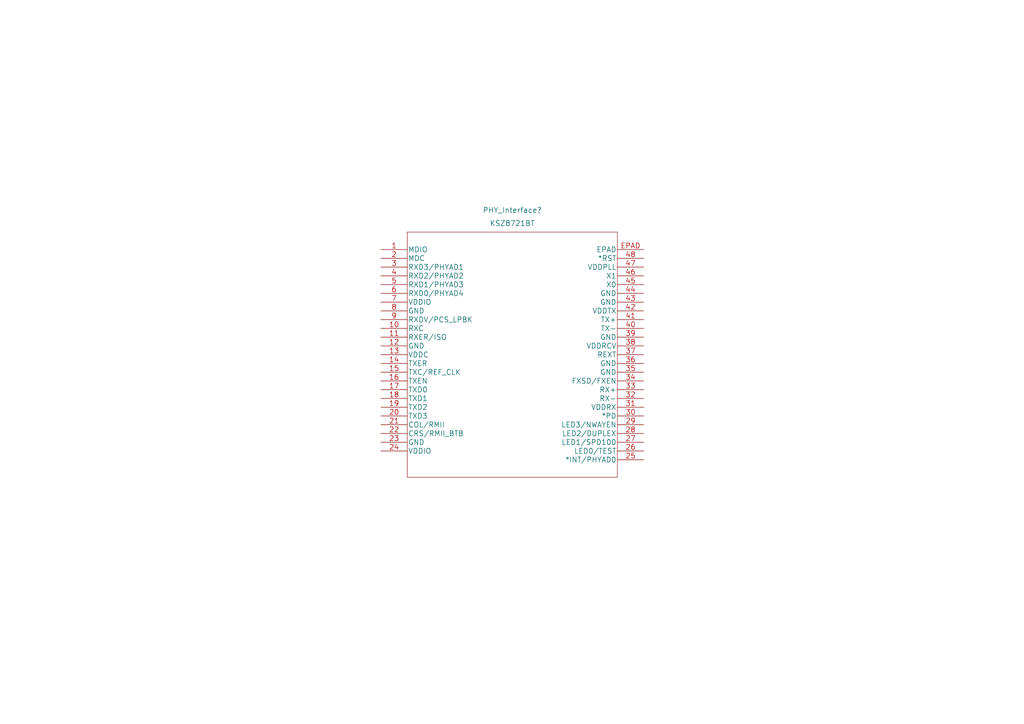
<source format=kicad_sch>
(kicad_sch (version 20211123) (generator eeschema)

  (uuid d383499c-c413-4df7-abd7-34c984ef99f4)

  (paper "A4")

  (lib_symbols
    (symbol "local_library:KSZ8721BT" (pin_names (offset 0.254)) (in_bom yes) (on_board yes)
      (property "Reference" "U" (id 0) (at 38.1 10.16 0)
        (effects (font (size 1.524 1.524)))
      )
      (property "Value" "KSZ8721BT" (id 1) (at 38.1 7.62 0)
        (effects (font (size 1.524 1.524)))
      )
      (property "Footprint" "TQFP48_7x7MC_MCH" (id 2) (at 38.1 6.096 0)
        (effects (font (size 1.524 1.524)) hide)
      )
      (property "Datasheet" "" (id 3) (at 0 0 0)
        (effects (font (size 1.524 1.524)))
      )
      (property "ki_locked" "" (id 4) (at 0 0 0)
        (effects (font (size 1.27 1.27)))
      )
      (property "ki_fp_filters" "TQFP48_7x7MC_MCH TQFP48_7x7MC_MCH-M TQFP48_7x7MC_MCH-L" (id 5) (at 0 0 0)
        (effects (font (size 1.27 1.27)) hide)
      )
      (symbol "KSZ8721BT_1_1"
        (polyline
          (pts
            (xy 7.62 -66.04)
            (xy 68.58 -66.04)
          )
          (stroke (width 0.127) (type default) (color 0 0 0 0))
          (fill (type none))
        )
        (polyline
          (pts
            (xy 7.62 5.08)
            (xy 7.62 -66.04)
          )
          (stroke (width 0.127) (type default) (color 0 0 0 0))
          (fill (type none))
        )
        (polyline
          (pts
            (xy 68.58 -66.04)
            (xy 68.58 5.08)
          )
          (stroke (width 0.127) (type default) (color 0 0 0 0))
          (fill (type none))
        )
        (polyline
          (pts
            (xy 68.58 5.08)
            (xy 7.62 5.08)
          )
          (stroke (width 0.127) (type default) (color 0 0 0 0))
          (fill (type none))
        )
        (pin bidirectional line (at 0 0 0) (length 7.62)
          (name "MDIO" (effects (font (size 1.4986 1.4986))))
          (number "1" (effects (font (size 1.4986 1.4986))))
        )
        (pin output line (at 0 -22.86 0) (length 7.62)
          (name "RXC" (effects (font (size 1.4986 1.4986))))
          (number "10" (effects (font (size 1.4986 1.4986))))
        )
        (pin bidirectional line (at 0 -25.4 0) (length 7.62)
          (name "RXER/ISO" (effects (font (size 1.4986 1.4986))))
          (number "11" (effects (font (size 1.4986 1.4986))))
        )
        (pin power_in line (at 0 -27.94 0) (length 7.62)
          (name "GND" (effects (font (size 1.4986 1.4986))))
          (number "12" (effects (font (size 1.4986 1.4986))))
        )
        (pin power_in line (at 0 -30.48 0) (length 7.62)
          (name "VDDC" (effects (font (size 1.4986 1.4986))))
          (number "13" (effects (font (size 1.4986 1.4986))))
        )
        (pin input line (at 0 -33.02 0) (length 7.62)
          (name "TXER" (effects (font (size 1.4986 1.4986))))
          (number "14" (effects (font (size 1.4986 1.4986))))
        )
        (pin bidirectional line (at 0 -35.56 0) (length 7.62)
          (name "TXC/REF_CLK" (effects (font (size 1.4986 1.4986))))
          (number "15" (effects (font (size 1.4986 1.4986))))
        )
        (pin input line (at 0 -38.1 0) (length 7.62)
          (name "TXEN" (effects (font (size 1.4986 1.4986))))
          (number "16" (effects (font (size 1.4986 1.4986))))
        )
        (pin input line (at 0 -40.64 0) (length 7.62)
          (name "TXD0" (effects (font (size 1.4986 1.4986))))
          (number "17" (effects (font (size 1.4986 1.4986))))
        )
        (pin input line (at 0 -43.18 0) (length 7.62)
          (name "TXD1" (effects (font (size 1.4986 1.4986))))
          (number "18" (effects (font (size 1.4986 1.4986))))
        )
        (pin input line (at 0 -45.72 0) (length 7.62)
          (name "TXD2" (effects (font (size 1.4986 1.4986))))
          (number "19" (effects (font (size 1.4986 1.4986))))
        )
        (pin input line (at 0 -2.54 0) (length 7.62)
          (name "MDC" (effects (font (size 1.4986 1.4986))))
          (number "2" (effects (font (size 1.4986 1.4986))))
        )
        (pin input line (at 0 -48.26 0) (length 7.62)
          (name "TXD3" (effects (font (size 1.4986 1.4986))))
          (number "20" (effects (font (size 1.4986 1.4986))))
        )
        (pin bidirectional line (at 0 -50.8 0) (length 7.62)
          (name "COL/RMII" (effects (font (size 1.4986 1.4986))))
          (number "21" (effects (font (size 1.4986 1.4986))))
        )
        (pin bidirectional line (at 0 -53.34 0) (length 7.62)
          (name "CRS/RMII_BTB" (effects (font (size 1.4986 1.4986))))
          (number "22" (effects (font (size 1.4986 1.4986))))
        )
        (pin power_in line (at 0 -55.88 0) (length 7.62)
          (name "GND" (effects (font (size 1.4986 1.4986))))
          (number "23" (effects (font (size 1.4986 1.4986))))
        )
        (pin power_in line (at 0 -58.42 0) (length 7.62)
          (name "VDDIO" (effects (font (size 1.4986 1.4986))))
          (number "24" (effects (font (size 1.4986 1.4986))))
        )
        (pin bidirectional line (at 76.2 -60.96 180) (length 7.62)
          (name "*INT/PHYAD0" (effects (font (size 1.4986 1.4986))))
          (number "25" (effects (font (size 1.4986 1.4986))))
        )
        (pin bidirectional line (at 76.2 -58.42 180) (length 7.62)
          (name "LED0/TEST" (effects (font (size 1.4986 1.4986))))
          (number "26" (effects (font (size 1.4986 1.4986))))
        )
        (pin bidirectional line (at 76.2 -55.88 180) (length 7.62)
          (name "LED1/SPD100" (effects (font (size 1.4986 1.4986))))
          (number "27" (effects (font (size 1.4986 1.4986))))
        )
        (pin bidirectional line (at 76.2 -53.34 180) (length 7.62)
          (name "LED2/DUPLEX" (effects (font (size 1.4986 1.4986))))
          (number "28" (effects (font (size 1.4986 1.4986))))
        )
        (pin bidirectional line (at 76.2 -50.8 180) (length 7.62)
          (name "LED3/NWAYEN" (effects (font (size 1.4986 1.4986))))
          (number "29" (effects (font (size 1.4986 1.4986))))
        )
        (pin bidirectional line (at 0 -5.08 0) (length 7.62)
          (name "RXD3/PHYAD1" (effects (font (size 1.4986 1.4986))))
          (number "3" (effects (font (size 1.4986 1.4986))))
        )
        (pin input line (at 76.2 -48.26 180) (length 7.62)
          (name "*PD" (effects (font (size 1.4986 1.4986))))
          (number "30" (effects (font (size 1.4986 1.4986))))
        )
        (pin power_in line (at 76.2 -45.72 180) (length 7.62)
          (name "VDDRX" (effects (font (size 1.4986 1.4986))))
          (number "31" (effects (font (size 1.4986 1.4986))))
        )
        (pin input line (at 76.2 -43.18 180) (length 7.62)
          (name "RX-" (effects (font (size 1.4986 1.4986))))
          (number "32" (effects (font (size 1.4986 1.4986))))
        )
        (pin input line (at 76.2 -40.64 180) (length 7.62)
          (name "RX+" (effects (font (size 1.4986 1.4986))))
          (number "33" (effects (font (size 1.4986 1.4986))))
        )
        (pin bidirectional line (at 76.2 -38.1 180) (length 7.62)
          (name "FXSD/FXEN" (effects (font (size 1.4986 1.4986))))
          (number "34" (effects (font (size 1.4986 1.4986))))
        )
        (pin power_in line (at 76.2 -35.56 180) (length 7.62)
          (name "GND" (effects (font (size 1.4986 1.4986))))
          (number "35" (effects (font (size 1.4986 1.4986))))
        )
        (pin power_in line (at 76.2 -33.02 180) (length 7.62)
          (name "GND" (effects (font (size 1.4986 1.4986))))
          (number "36" (effects (font (size 1.4986 1.4986))))
        )
        (pin input line (at 76.2 -30.48 180) (length 7.62)
          (name "REXT" (effects (font (size 1.4986 1.4986))))
          (number "37" (effects (font (size 1.4986 1.4986))))
        )
        (pin power_in line (at 76.2 -27.94 180) (length 7.62)
          (name "VDDRCV" (effects (font (size 1.4986 1.4986))))
          (number "38" (effects (font (size 1.4986 1.4986))))
        )
        (pin power_in line (at 76.2 -25.4 180) (length 7.62)
          (name "GND" (effects (font (size 1.4986 1.4986))))
          (number "39" (effects (font (size 1.4986 1.4986))))
        )
        (pin bidirectional line (at 0 -7.62 0) (length 7.62)
          (name "RXD2/PHYAD2" (effects (font (size 1.4986 1.4986))))
          (number "4" (effects (font (size 1.4986 1.4986))))
        )
        (pin output line (at 76.2 -22.86 180) (length 7.62)
          (name "TX-" (effects (font (size 1.4986 1.4986))))
          (number "40" (effects (font (size 1.4986 1.4986))))
        )
        (pin output line (at 76.2 -20.32 180) (length 7.62)
          (name "TX+" (effects (font (size 1.4986 1.4986))))
          (number "41" (effects (font (size 1.4986 1.4986))))
        )
        (pin power_in line (at 76.2 -17.78 180) (length 7.62)
          (name "VDDTX" (effects (font (size 1.4986 1.4986))))
          (number "42" (effects (font (size 1.4986 1.4986))))
        )
        (pin power_in line (at 76.2 -15.24 180) (length 7.62)
          (name "GND" (effects (font (size 1.4986 1.4986))))
          (number "43" (effects (font (size 1.4986 1.4986))))
        )
        (pin power_in line (at 76.2 -12.7 180) (length 7.62)
          (name "GND" (effects (font (size 1.4986 1.4986))))
          (number "44" (effects (font (size 1.4986 1.4986))))
        )
        (pin output line (at 76.2 -10.16 180) (length 7.62)
          (name "X0" (effects (font (size 1.4986 1.4986))))
          (number "45" (effects (font (size 1.4986 1.4986))))
        )
        (pin input line (at 76.2 -7.62 180) (length 7.62)
          (name "X1" (effects (font (size 1.4986 1.4986))))
          (number "46" (effects (font (size 1.4986 1.4986))))
        )
        (pin power_in line (at 76.2 -5.08 180) (length 7.62)
          (name "VDDPLL" (effects (font (size 1.4986 1.4986))))
          (number "47" (effects (font (size 1.4986 1.4986))))
        )
        (pin input line (at 76.2 -2.54 180) (length 7.62)
          (name "*RST" (effects (font (size 1.4986 1.4986))))
          (number "48" (effects (font (size 1.4986 1.4986))))
        )
        (pin bidirectional line (at 0 -10.16 0) (length 7.62)
          (name "RXD1/PHYAD3" (effects (font (size 1.4986 1.4986))))
          (number "5" (effects (font (size 1.4986 1.4986))))
        )
        (pin bidirectional line (at 0 -12.7 0) (length 7.62)
          (name "RXD0/PHYAD4" (effects (font (size 1.4986 1.4986))))
          (number "6" (effects (font (size 1.4986 1.4986))))
        )
        (pin power_in line (at 0 -15.24 0) (length 7.62)
          (name "VDDIO" (effects (font (size 1.4986 1.4986))))
          (number "7" (effects (font (size 1.4986 1.4986))))
        )
        (pin power_in line (at 0 -17.78 0) (length 7.62)
          (name "GND" (effects (font (size 1.4986 1.4986))))
          (number "8" (effects (font (size 1.4986 1.4986))))
        )
        (pin bidirectional line (at 0 -20.32 0) (length 7.62)
          (name "RXDV/PCS_LPBK" (effects (font (size 1.4986 1.4986))))
          (number "9" (effects (font (size 1.4986 1.4986))))
        )
        (pin unspecified line (at 76.2 0 180) (length 7.62)
          (name "EPAD" (effects (font (size 1.4986 1.4986))))
          (number "EPAD" (effects (font (size 1.4986 1.4986))))
        )
      )
    )
  )


  (symbol (lib_id "local_library:KSZ8721BT") (at 110.49 72.39 0) (unit 1)
    (in_bom yes) (on_board yes) (fields_autoplaced)
    (uuid e69d0b19-2f64-4d2d-8597-7b71bd218f10)
    (property "Reference" "PHY_Interface?" (id 0) (at 148.59 60.96 0)
      (effects (font (size 1.524 1.524)))
    )
    (property "Value" "KSZ8721BT" (id 1) (at 148.59 64.77 0)
      (effects (font (size 1.524 1.524)))
    )
    (property "Footprint" "TQFP48_7x7MC_MCH" (id 2) (at 148.59 66.294 0)
      (effects (font (size 1.524 1.524)) hide)
    )
    (property "Datasheet" "" (id 3) (at 110.49 72.39 0)
      (effects (font (size 1.524 1.524)))
    )
    (pin "1" (uuid 208b84c0-4c74-4312-ab20-011bb1993dda))
    (pin "10" (uuid da620bc4-cce8-434e-bcac-e10712d9bc5a))
    (pin "11" (uuid 57a13db2-6942-410d-8794-183b9016756e))
    (pin "12" (uuid 665c390e-e1e1-44d1-bf84-e2bf8f019c81))
    (pin "13" (uuid c5812a0a-6bc0-4f0a-a9fe-f578ad678dd1))
    (pin "14" (uuid 8ec93e5d-a1f8-466a-8d74-997c1261ec48))
    (pin "15" (uuid c17bee75-04ad-4ae9-81ad-ef8d6a1c8f04))
    (pin "16" (uuid 296a6d8c-2096-47b5-aaa1-f04a44b3ff87))
    (pin "17" (uuid 36114795-0957-47ff-b61b-af93a8c56882))
    (pin "18" (uuid 6ef3d51a-4e58-4046-b61a-dd21f83e3cf4))
    (pin "19" (uuid 38521908-759d-42b1-bc02-82813b5631ba))
    (pin "2" (uuid 2a25c194-78ee-46c0-80c8-e03f5cf901ad))
    (pin "20" (uuid 8b1bf30c-1928-4ed3-833c-a4a48bdaf070))
    (pin "21" (uuid ff79e65d-d43e-4db2-b233-19db2abbd443))
    (pin "22" (uuid 1d4fe8ca-1407-4aa6-9e53-82587616c39d))
    (pin "23" (uuid 0bf18121-9729-455f-9d6a-e42be6d1d932))
    (pin "24" (uuid 66168808-993e-4e5a-be89-46c8e427a618))
    (pin "25" (uuid 1516cef5-49cc-4358-90b3-1ff36a980560))
    (pin "26" (uuid 3c0ecd36-e024-4e76-a9b1-b8f456a59cda))
    (pin "27" (uuid 493a2800-449a-4bce-bb87-b025eeb8d264))
    (pin "28" (uuid f888d457-2482-41d7-aa3c-b285268cd2ae))
    (pin "29" (uuid 7fb4e65d-7da2-49a2-8968-1dbc6603549c))
    (pin "3" (uuid 6dc3e6ab-16e8-45cc-a94c-9343b3c7e9c3))
    (pin "30" (uuid d15338fd-f4a6-460d-9cb8-e5d0b59c71e6))
    (pin "31" (uuid 20ff94dd-b1a5-4a3e-b767-b262a4561e67))
    (pin "32" (uuid 9003769d-e3c4-482f-96e2-bc344c7571ce))
    (pin "33" (uuid 7f4e0a2d-a1cf-4c3d-863e-80d1f6572317))
    (pin "34" (uuid fc3f41fb-5b17-42ec-8c61-e3add1a4a672))
    (pin "35" (uuid 693cfe0a-7242-42d8-83c4-6edb9701bf96))
    (pin "36" (uuid 86f40da7-a7f6-49d4-b9e2-fea0175270ae))
    (pin "37" (uuid e4dfbe46-21da-47e4-abe9-686ffe8a382b))
    (pin "38" (uuid 5eac8dc2-ee2f-402e-a2f6-38c8e452de17))
    (pin "39" (uuid e36d725e-4175-4b47-a3b7-9579adfbf41b))
    (pin "4" (uuid 5dd165ed-7410-476b-bf61-91f2d108aa3f))
    (pin "40" (uuid 18d83288-24ff-4194-b2fe-1f8134c2f192))
    (pin "41" (uuid 3f0687af-8b23-442b-aed6-18e6fd56c91a))
    (pin "42" (uuid 47bd9f7f-6d59-4076-bc65-f8a8c22f0730))
    (pin "43" (uuid 691eaf80-899a-4f72-951e-378e374e053a))
    (pin "44" (uuid 2f3b37ab-4a5a-4629-80f8-699f4846edf0))
    (pin "45" (uuid 30ffe7cb-2487-426b-8bde-8124a3536403))
    (pin "46" (uuid 84b99b53-d608-493d-b6a5-a2bf28064db2))
    (pin "47" (uuid 0669b5e7-33a5-46fb-9b92-c7ee0ff9c424))
    (pin "48" (uuid 120af3e4-2145-4e8b-ab67-791886486b43))
    (pin "5" (uuid 9c71f0f5-10ed-4c9c-8f85-4e4865a287a7))
    (pin "6" (uuid 7d900c8e-ef0e-4723-8f48-4d3717911c29))
    (pin "7" (uuid b99aaecf-4a38-4452-bf29-fcef19fa2242))
    (pin "8" (uuid 4e907f87-2256-4430-a4ce-91c05627a1cc))
    (pin "9" (uuid fb423ffc-9262-4110-bed0-60372d60f74c))
    (pin "EPAD" (uuid ae541175-f749-480c-9e4c-8f3256cc4ee3))
  )
)

</source>
